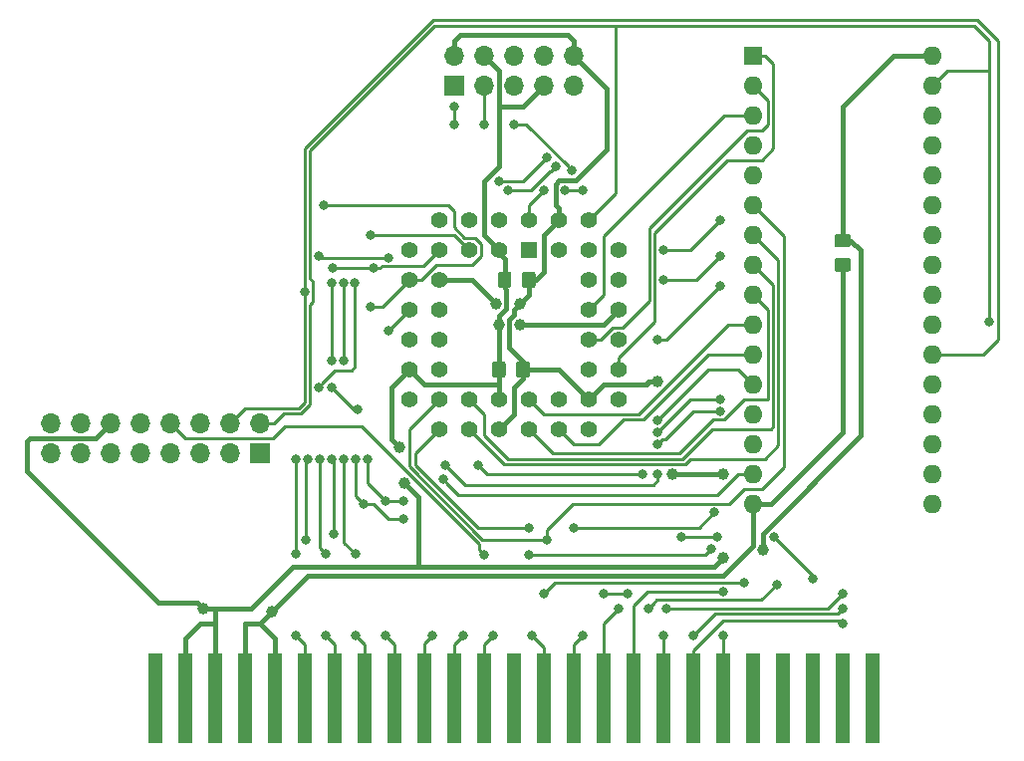
<source format=gbr>
G04 #@! TF.GenerationSoftware,KiCad,Pcbnew,(5.1.5-0-10_14)*
G04 #@! TF.CreationDate,2020-04-06T11:58:05+02:00*
G04 #@! TF.ProjectId,MSX USB Drive,4d535820-5553-4422-9044-726976652e6b,rev?*
G04 #@! TF.SameCoordinates,Original*
G04 #@! TF.FileFunction,Copper,L2,Bot*
G04 #@! TF.FilePolarity,Positive*
%FSLAX46Y46*%
G04 Gerber Fmt 4.6, Leading zero omitted, Abs format (unit mm)*
G04 Created by KiCad (PCBNEW (5.1.5-0-10_14)) date 2020-04-06 11:58:05*
%MOMM*%
%LPD*%
G04 APERTURE LIST*
%ADD10R,1.270000X7.620000*%
%ADD11R,1.700000X1.700000*%
%ADD12O,1.700000X1.700000*%
%ADD13R,1.600000X1.600000*%
%ADD14O,1.600000X1.600000*%
%ADD15C,0.100000*%
%ADD16C,1.397000*%
%ADD17R,1.397000X1.397000*%
%ADD18C,1.000000*%
%ADD19C,0.800000*%
%ADD20C,0.400000*%
%ADD21C,0.250000*%
G04 APERTURE END LIST*
D10*
X617220000Y666496000D03*
X619760000Y666496000D03*
X675640000Y666496000D03*
X673100000Y666496000D03*
X662940000Y666496000D03*
X665480000Y666496000D03*
X657860000Y666496000D03*
X670560000Y666496000D03*
X668020000Y666496000D03*
X660400000Y666496000D03*
X642620000Y666496000D03*
X640080000Y666496000D03*
X637540000Y666496000D03*
X650240000Y666496000D03*
X655320000Y666496000D03*
X652780000Y666496000D03*
X647700000Y666496000D03*
X645160000Y666496000D03*
X635000000Y666496000D03*
X632460000Y666496000D03*
X629920000Y666496000D03*
X627380000Y666496000D03*
X622300000Y666496000D03*
X624840000Y666496000D03*
X614680000Y666496000D03*
D11*
X623570000Y687324000D03*
D12*
X623570000Y689864000D03*
X621030000Y687324000D03*
X621030000Y689864000D03*
X618490000Y687324000D03*
X618490000Y689864000D03*
X615950000Y687324000D03*
X615950000Y689864000D03*
X613410000Y687324000D03*
X613410000Y689864000D03*
X610870000Y687324000D03*
X610870000Y689864000D03*
X608330000Y687324000D03*
X608330000Y689864000D03*
X605790000Y687324000D03*
X605790000Y689864000D03*
D13*
X665480000Y721106000D03*
D14*
X680720000Y683006000D03*
X665480000Y718566000D03*
X680720000Y685546000D03*
X665480000Y716026000D03*
X680720000Y688086000D03*
X665480000Y713486000D03*
X680720000Y690626000D03*
X665480000Y710946000D03*
X680720000Y693166000D03*
X665480000Y708406000D03*
X680720000Y695706000D03*
X665480000Y705866000D03*
X680720000Y698246000D03*
X665480000Y703326000D03*
X680720000Y700786000D03*
X665480000Y700786000D03*
X680720000Y703326000D03*
X665480000Y698246000D03*
X680720000Y705866000D03*
X665480000Y695706000D03*
X680720000Y708406000D03*
X665480000Y693166000D03*
X680720000Y710946000D03*
X665480000Y690626000D03*
X680720000Y713486000D03*
X665480000Y688086000D03*
X680720000Y716026000D03*
X665480000Y685546000D03*
X680720000Y718566000D03*
X665480000Y683006000D03*
X680720000Y721106000D03*
G04 #@! TA.AperFunction,SMDPad,CuDef*
D15*
G36*
X644729505Y702754796D02*
G01*
X644753773Y702751196D01*
X644777572Y702745235D01*
X644800671Y702736970D01*
X644822850Y702726480D01*
X644843893Y702713868D01*
X644863599Y702699253D01*
X644881777Y702682777D01*
X644898253Y702664599D01*
X644912868Y702644893D01*
X644925480Y702623850D01*
X644935970Y702601671D01*
X644944235Y702578572D01*
X644950196Y702554773D01*
X644953796Y702530505D01*
X644955000Y702506001D01*
X644955000Y701605999D01*
X644953796Y701581495D01*
X644950196Y701557227D01*
X644944235Y701533428D01*
X644935970Y701510329D01*
X644925480Y701488150D01*
X644912868Y701467107D01*
X644898253Y701447401D01*
X644881777Y701429223D01*
X644863599Y701412747D01*
X644843893Y701398132D01*
X644822850Y701385520D01*
X644800671Y701375030D01*
X644777572Y701366765D01*
X644753773Y701360804D01*
X644729505Y701357204D01*
X644705001Y701356000D01*
X644054999Y701356000D01*
X644030495Y701357204D01*
X644006227Y701360804D01*
X643982428Y701366765D01*
X643959329Y701375030D01*
X643937150Y701385520D01*
X643916107Y701398132D01*
X643896401Y701412747D01*
X643878223Y701429223D01*
X643861747Y701447401D01*
X643847132Y701467107D01*
X643834520Y701488150D01*
X643824030Y701510329D01*
X643815765Y701533428D01*
X643809804Y701557227D01*
X643806204Y701581495D01*
X643805000Y701605999D01*
X643805000Y702506001D01*
X643806204Y702530505D01*
X643809804Y702554773D01*
X643815765Y702578572D01*
X643824030Y702601671D01*
X643834520Y702623850D01*
X643847132Y702644893D01*
X643861747Y702664599D01*
X643878223Y702682777D01*
X643896401Y702699253D01*
X643916107Y702713868D01*
X643937150Y702726480D01*
X643959329Y702736970D01*
X643982428Y702745235D01*
X644006227Y702751196D01*
X644030495Y702754796D01*
X644054999Y702756000D01*
X644705001Y702756000D01*
X644729505Y702754796D01*
G37*
G04 #@! TD.AperFunction*
G04 #@! TA.AperFunction,SMDPad,CuDef*
G36*
X646779505Y702754796D02*
G01*
X646803773Y702751196D01*
X646827572Y702745235D01*
X646850671Y702736970D01*
X646872850Y702726480D01*
X646893893Y702713868D01*
X646913599Y702699253D01*
X646931777Y702682777D01*
X646948253Y702664599D01*
X646962868Y702644893D01*
X646975480Y702623850D01*
X646985970Y702601671D01*
X646994235Y702578572D01*
X647000196Y702554773D01*
X647003796Y702530505D01*
X647005000Y702506001D01*
X647005000Y701605999D01*
X647003796Y701581495D01*
X647000196Y701557227D01*
X646994235Y701533428D01*
X646985970Y701510329D01*
X646975480Y701488150D01*
X646962868Y701467107D01*
X646948253Y701447401D01*
X646931777Y701429223D01*
X646913599Y701412747D01*
X646893893Y701398132D01*
X646872850Y701385520D01*
X646850671Y701375030D01*
X646827572Y701366765D01*
X646803773Y701360804D01*
X646779505Y701357204D01*
X646755001Y701356000D01*
X646104999Y701356000D01*
X646080495Y701357204D01*
X646056227Y701360804D01*
X646032428Y701366765D01*
X646009329Y701375030D01*
X645987150Y701385520D01*
X645966107Y701398132D01*
X645946401Y701412747D01*
X645928223Y701429223D01*
X645911747Y701447401D01*
X645897132Y701467107D01*
X645884520Y701488150D01*
X645874030Y701510329D01*
X645865765Y701533428D01*
X645859804Y701557227D01*
X645856204Y701581495D01*
X645855000Y701605999D01*
X645855000Y702506001D01*
X645856204Y702530505D01*
X645859804Y702554773D01*
X645865765Y702578572D01*
X645874030Y702601671D01*
X645884520Y702623850D01*
X645897132Y702644893D01*
X645911747Y702664599D01*
X645928223Y702682777D01*
X645946401Y702699253D01*
X645966107Y702713868D01*
X645987150Y702726480D01*
X646009329Y702736970D01*
X646032428Y702745235D01*
X646056227Y702751196D01*
X646080495Y702754796D01*
X646104999Y702756000D01*
X646755001Y702756000D01*
X646779505Y702754796D01*
G37*
G04 #@! TD.AperFunction*
G04 #@! TA.AperFunction,SMDPad,CuDef*
G36*
X646289505Y695134796D02*
G01*
X646313773Y695131196D01*
X646337572Y695125235D01*
X646360671Y695116970D01*
X646382850Y695106480D01*
X646403893Y695093868D01*
X646423599Y695079253D01*
X646441777Y695062777D01*
X646458253Y695044599D01*
X646472868Y695024893D01*
X646485480Y695003850D01*
X646495970Y694981671D01*
X646504235Y694958572D01*
X646510196Y694934773D01*
X646513796Y694910505D01*
X646515000Y694886001D01*
X646515000Y693985999D01*
X646513796Y693961495D01*
X646510196Y693937227D01*
X646504235Y693913428D01*
X646495970Y693890329D01*
X646485480Y693868150D01*
X646472868Y693847107D01*
X646458253Y693827401D01*
X646441777Y693809223D01*
X646423599Y693792747D01*
X646403893Y693778132D01*
X646382850Y693765520D01*
X646360671Y693755030D01*
X646337572Y693746765D01*
X646313773Y693740804D01*
X646289505Y693737204D01*
X646265001Y693736000D01*
X645614999Y693736000D01*
X645590495Y693737204D01*
X645566227Y693740804D01*
X645542428Y693746765D01*
X645519329Y693755030D01*
X645497150Y693765520D01*
X645476107Y693778132D01*
X645456401Y693792747D01*
X645438223Y693809223D01*
X645421747Y693827401D01*
X645407132Y693847107D01*
X645394520Y693868150D01*
X645384030Y693890329D01*
X645375765Y693913428D01*
X645369804Y693937227D01*
X645366204Y693961495D01*
X645365000Y693985999D01*
X645365000Y694886001D01*
X645366204Y694910505D01*
X645369804Y694934773D01*
X645375765Y694958572D01*
X645384030Y694981671D01*
X645394520Y695003850D01*
X645407132Y695024893D01*
X645421747Y695044599D01*
X645438223Y695062777D01*
X645456401Y695079253D01*
X645476107Y695093868D01*
X645497150Y695106480D01*
X645519329Y695116970D01*
X645542428Y695125235D01*
X645566227Y695131196D01*
X645590495Y695134796D01*
X645614999Y695136000D01*
X646265001Y695136000D01*
X646289505Y695134796D01*
G37*
G04 #@! TD.AperFunction*
G04 #@! TA.AperFunction,SMDPad,CuDef*
G36*
X644239505Y695134796D02*
G01*
X644263773Y695131196D01*
X644287572Y695125235D01*
X644310671Y695116970D01*
X644332850Y695106480D01*
X644353893Y695093868D01*
X644373599Y695079253D01*
X644391777Y695062777D01*
X644408253Y695044599D01*
X644422868Y695024893D01*
X644435480Y695003850D01*
X644445970Y694981671D01*
X644454235Y694958572D01*
X644460196Y694934773D01*
X644463796Y694910505D01*
X644465000Y694886001D01*
X644465000Y693985999D01*
X644463796Y693961495D01*
X644460196Y693937227D01*
X644454235Y693913428D01*
X644445970Y693890329D01*
X644435480Y693868150D01*
X644422868Y693847107D01*
X644408253Y693827401D01*
X644391777Y693809223D01*
X644373599Y693792747D01*
X644353893Y693778132D01*
X644332850Y693765520D01*
X644310671Y693755030D01*
X644287572Y693746765D01*
X644263773Y693740804D01*
X644239505Y693737204D01*
X644215001Y693736000D01*
X643564999Y693736000D01*
X643540495Y693737204D01*
X643516227Y693740804D01*
X643492428Y693746765D01*
X643469329Y693755030D01*
X643447150Y693765520D01*
X643426107Y693778132D01*
X643406401Y693792747D01*
X643388223Y693809223D01*
X643371747Y693827401D01*
X643357132Y693847107D01*
X643344520Y693868150D01*
X643334030Y693890329D01*
X643325765Y693913428D01*
X643319804Y693937227D01*
X643316204Y693961495D01*
X643315000Y693985999D01*
X643315000Y694886001D01*
X643316204Y694910505D01*
X643319804Y694934773D01*
X643325765Y694958572D01*
X643334030Y694981671D01*
X643344520Y695003850D01*
X643357132Y695024893D01*
X643371747Y695044599D01*
X643388223Y695062777D01*
X643406401Y695079253D01*
X643426107Y695093868D01*
X643447150Y695106480D01*
X643469329Y695116970D01*
X643492428Y695125235D01*
X643516227Y695131196D01*
X643540495Y695134796D01*
X643564999Y695136000D01*
X644215001Y695136000D01*
X644239505Y695134796D01*
G37*
G04 #@! TD.AperFunction*
G04 #@! TA.AperFunction,SMDPad,CuDef*
G36*
X673574505Y705940796D02*
G01*
X673598773Y705937196D01*
X673622572Y705931235D01*
X673645671Y705922970D01*
X673667850Y705912480D01*
X673688893Y705899868D01*
X673708599Y705885253D01*
X673726777Y705868777D01*
X673743253Y705850599D01*
X673757868Y705830893D01*
X673770480Y705809850D01*
X673780970Y705787671D01*
X673789235Y705764572D01*
X673795196Y705740773D01*
X673798796Y705716505D01*
X673800000Y705692001D01*
X673800000Y705041999D01*
X673798796Y705017495D01*
X673795196Y704993227D01*
X673789235Y704969428D01*
X673780970Y704946329D01*
X673770480Y704924150D01*
X673757868Y704903107D01*
X673743253Y704883401D01*
X673726777Y704865223D01*
X673708599Y704848747D01*
X673688893Y704834132D01*
X673667850Y704821520D01*
X673645671Y704811030D01*
X673622572Y704802765D01*
X673598773Y704796804D01*
X673574505Y704793204D01*
X673550001Y704792000D01*
X672649999Y704792000D01*
X672625495Y704793204D01*
X672601227Y704796804D01*
X672577428Y704802765D01*
X672554329Y704811030D01*
X672532150Y704821520D01*
X672511107Y704834132D01*
X672491401Y704848747D01*
X672473223Y704865223D01*
X672456747Y704883401D01*
X672442132Y704903107D01*
X672429520Y704924150D01*
X672419030Y704946329D01*
X672410765Y704969428D01*
X672404804Y704993227D01*
X672401204Y705017495D01*
X672400000Y705041999D01*
X672400000Y705692001D01*
X672401204Y705716505D01*
X672404804Y705740773D01*
X672410765Y705764572D01*
X672419030Y705787671D01*
X672429520Y705809850D01*
X672442132Y705830893D01*
X672456747Y705850599D01*
X672473223Y705868777D01*
X672491401Y705885253D01*
X672511107Y705899868D01*
X672532150Y705912480D01*
X672554329Y705922970D01*
X672577428Y705931235D01*
X672601227Y705937196D01*
X672625495Y705940796D01*
X672649999Y705942000D01*
X673550001Y705942000D01*
X673574505Y705940796D01*
G37*
G04 #@! TD.AperFunction*
G04 #@! TA.AperFunction,SMDPad,CuDef*
G36*
X673574505Y703890796D02*
G01*
X673598773Y703887196D01*
X673622572Y703881235D01*
X673645671Y703872970D01*
X673667850Y703862480D01*
X673688893Y703849868D01*
X673708599Y703835253D01*
X673726777Y703818777D01*
X673743253Y703800599D01*
X673757868Y703780893D01*
X673770480Y703759850D01*
X673780970Y703737671D01*
X673789235Y703714572D01*
X673795196Y703690773D01*
X673798796Y703666505D01*
X673800000Y703642001D01*
X673800000Y702991999D01*
X673798796Y702967495D01*
X673795196Y702943227D01*
X673789235Y702919428D01*
X673780970Y702896329D01*
X673770480Y702874150D01*
X673757868Y702853107D01*
X673743253Y702833401D01*
X673726777Y702815223D01*
X673708599Y702798747D01*
X673688893Y702784132D01*
X673667850Y702771520D01*
X673645671Y702761030D01*
X673622572Y702752765D01*
X673598773Y702746804D01*
X673574505Y702743204D01*
X673550001Y702742000D01*
X672649999Y702742000D01*
X672625495Y702743204D01*
X672601227Y702746804D01*
X672577428Y702752765D01*
X672554329Y702761030D01*
X672532150Y702771520D01*
X672511107Y702784132D01*
X672491401Y702798747D01*
X672473223Y702815223D01*
X672456747Y702833401D01*
X672442132Y702853107D01*
X672429520Y702874150D01*
X672419030Y702896329D01*
X672410765Y702919428D01*
X672404804Y702943227D01*
X672401204Y702967495D01*
X672400000Y702991999D01*
X672400000Y703642001D01*
X672401204Y703666505D01*
X672404804Y703690773D01*
X672410765Y703714572D01*
X672419030Y703737671D01*
X672429520Y703759850D01*
X672442132Y703780893D01*
X672456747Y703800599D01*
X672473223Y703818777D01*
X672491401Y703835253D01*
X672511107Y703849868D01*
X672532150Y703862480D01*
X672554329Y703872970D01*
X672577428Y703881235D01*
X672601227Y703887196D01*
X672625495Y703890796D01*
X672649999Y703892000D01*
X673550001Y703892000D01*
X673574505Y703890796D01*
G37*
G04 #@! TD.AperFunction*
D11*
X640080000Y718566000D03*
D12*
X640080000Y721106000D03*
X642620000Y718566000D03*
X642620000Y721106000D03*
X645160000Y718566000D03*
X645160000Y721106000D03*
X647700000Y718566000D03*
X647700000Y721106000D03*
X650240000Y718566000D03*
X650240000Y721106000D03*
D16*
X646430000Y707136000D03*
X648970000Y704596000D03*
X648970000Y707136000D03*
X651510000Y704596000D03*
X651510000Y707136000D03*
X654050000Y704596000D03*
X651510000Y702056000D03*
X654050000Y702056000D03*
X651510000Y699516000D03*
X654050000Y699516000D03*
X651510000Y696976000D03*
X654050000Y696976000D03*
X651510000Y694436000D03*
X654050000Y694436000D03*
X651510000Y691896000D03*
X654050000Y691896000D03*
X651510000Y689356000D03*
X648970000Y691896000D03*
X648970000Y689356000D03*
X646430000Y691896000D03*
X646430000Y689356000D03*
X643890000Y691896000D03*
X643890000Y689356000D03*
X641350000Y691896000D03*
X641350000Y689356000D03*
X638810000Y691896000D03*
X638810000Y689356000D03*
X636270000Y691896000D03*
X638810000Y694436000D03*
X636270000Y694436000D03*
X638810000Y696976000D03*
X636270000Y696976000D03*
X638810000Y699516000D03*
X636270000Y699516000D03*
X638810000Y702056000D03*
X636270000Y702056000D03*
X638810000Y704596000D03*
X636270000Y704596000D03*
X638810000Y707136000D03*
X641350000Y704596000D03*
X641350000Y707136000D03*
X643890000Y704596000D03*
X643890000Y707136000D03*
D17*
X646430000Y704596000D03*
D18*
X645668000Y698246000D03*
X643867988Y698246002D03*
X635445000Y687832000D03*
X662939998Y678434000D03*
X635825000Y684784000D03*
X618744000Y674116000D03*
X666317593Y679120673D03*
X645668000Y700024000D03*
X643636000Y700024000D03*
X662940000Y685546000D03*
X657352000Y693420000D03*
X658622000Y685546000D03*
X624586000Y673862008D03*
D19*
X644647347Y709671347D03*
X648711347Y711703347D03*
X662940000Y671829986D03*
X673104653Y672850653D03*
X685546002Y698500000D03*
X662939544Y675566012D03*
X654050000Y674116000D03*
X667512000Y676148010D03*
X656590001Y674116000D03*
X646434653Y680978653D03*
X651002000Y671830006D03*
X662221043Y682280990D03*
X650240004Y680974000D03*
X646430000Y678688000D03*
X661924000Y679196000D03*
X646684000Y671830000D03*
X643382000Y671830000D03*
X640842000Y671830000D03*
X638265010Y671830000D03*
X635762000Y683260000D03*
X634238000Y683260000D03*
X662681538Y690880000D03*
X634238000Y671830001D03*
X632715231Y686819851D03*
X639318000Y686308000D03*
X657352000Y688086000D03*
X657352000Y685546000D03*
X631698000Y678726000D03*
X634487347Y697733347D03*
X631839625Y691001695D03*
X631697996Y671830000D03*
X629666000Y692912000D03*
X629666000Y695198000D03*
X629666000Y701801998D03*
X630715217Y686816000D03*
X629195000Y678726000D03*
X633222000Y703072000D03*
X629158000Y671830004D03*
X628682121Y686817959D03*
X629730042Y703072004D03*
X626618000Y678726000D03*
X626618000Y671829998D03*
X626618002Y686816000D03*
X631666024Y701802000D03*
X628555021Y692914865D03*
X630682000Y695161010D03*
X627456503Y679970915D03*
X627634000Y686816000D03*
X630666011Y701802000D03*
X633004990Y699770000D03*
X629864390Y680472970D03*
X628977980Y708406006D03*
X629682049Y686805009D03*
X635762000Y681736000D03*
X639122159Y685093116D03*
X632404390Y683012970D03*
X631715228Y686815803D03*
X662681538Y691880013D03*
X642112000Y686308000D03*
X657352000Y689102000D03*
X656082006Y685546000D03*
X657352000Y690118006D03*
X642620000Y678688000D03*
X664718000Y676321102D03*
X647700000Y675386000D03*
X647953998Y679958000D03*
X673100000Y675386000D03*
X652780000Y675386000D03*
X654812000Y675386000D03*
X658114000Y674116000D03*
X634492000Y703942999D03*
X673100000Y674116000D03*
X660400000Y671830000D03*
X627380000Y701039998D03*
X628555021Y704088000D03*
X643885347Y710433347D03*
X647949347Y712465347D03*
X667258000Y680212000D03*
X659384000Y680212000D03*
X670560000Y676656000D03*
X662432000Y680212000D03*
X633004990Y705866000D03*
X640080000Y716788000D03*
X640080000Y715264000D03*
X642620000Y715264000D03*
X645160000Y715264000D03*
X650116766Y711353528D03*
X657352000Y696976002D03*
X662686000Y701548000D03*
X662686000Y704088000D03*
X657874946Y702056000D03*
X662686000Y707136000D03*
X657874946Y704596000D03*
X657860000Y671830004D03*
X647700000Y709676000D03*
X649516010Y709676000D03*
X651002000Y709676004D03*
D20*
X619760000Y666496000D02*
X619760000Y674116000D01*
X617220000Y666496000D02*
X617220000Y671576000D01*
X617220000Y671576000D02*
X618490000Y672846000D01*
X618490000Y672846000D02*
X619760000Y672846000D01*
X643890000Y704596000D02*
X643890000Y704342000D01*
X644380000Y703852000D02*
X644380000Y702056000D01*
X643890000Y704342000D02*
X644380000Y703852000D01*
X636270000Y694436000D02*
X637540000Y693166000D01*
X637540000Y693166000D02*
X643890000Y693166000D01*
X643890000Y693166000D02*
X643890000Y691896000D01*
X643890000Y694436000D02*
X643890000Y693166000D01*
X643890000Y698500000D02*
X643890000Y698500000D01*
X654050000Y699516000D02*
X652780000Y698246000D01*
X652780000Y698246000D02*
X645668000Y698246000D01*
X643890000Y694436000D02*
X643890000Y698223990D01*
X643890000Y698223990D02*
X643867988Y698246002D01*
X644536001Y699621121D02*
X643867988Y698953108D01*
X643867988Y698953108D02*
X643867988Y698246002D01*
X644380000Y701356000D02*
X644536001Y701199999D01*
X644536001Y701199999D02*
X644536001Y699621121D01*
X644380000Y702056000D02*
X644380000Y701356000D01*
X634746000Y692912000D02*
X634746000Y688531000D01*
X634746000Y688531000D02*
X635445000Y687832000D01*
X636270000Y694436000D02*
X634746000Y692912000D01*
X662439999Y677934001D02*
X662939998Y678434000D01*
X637032000Y677672000D02*
X662177998Y677672000D01*
X662177998Y677672000D02*
X662439999Y677934001D01*
X647700000Y718566000D02*
X647700000Y718820000D01*
X637032000Y683577000D02*
X637032000Y677672000D01*
X635825000Y684784000D02*
X637032000Y683577000D01*
X619760000Y674116000D02*
X618744000Y674116000D01*
X626364000Y677672000D02*
X637032000Y677672000D01*
X619760000Y674116000D02*
X622808000Y674116000D01*
X622808000Y674116000D02*
X626364000Y677672000D01*
X673800000Y705367000D02*
X674624000Y704543000D01*
X674624000Y688793106D02*
X666317593Y680486699D01*
X673100000Y705367000D02*
X673800000Y705367000D01*
X674624000Y704543000D02*
X674624000Y688793106D01*
X666317593Y679827779D02*
X666317593Y679120673D01*
X666317593Y680486699D02*
X666317593Y679827779D01*
X677418000Y721106000D02*
X680720000Y721106000D01*
X673100000Y716788000D02*
X677418000Y721106000D01*
X673100000Y705367000D02*
X673100000Y716788000D01*
X643890000Y719836000D02*
X642620000Y721106000D01*
X643890000Y711708000D02*
X643890000Y719836000D01*
X642620000Y710438000D02*
X643890000Y711708000D01*
X642620000Y705866000D02*
X642620000Y710438000D01*
X643890000Y704596000D02*
X642620000Y705866000D01*
X645922000Y716788000D02*
X647700000Y718566000D01*
X643890000Y716788000D02*
X645922000Y716788000D01*
X614942001Y674615999D02*
X618244001Y674615999D01*
X603758000Y685800000D02*
X614942001Y674615999D01*
X603758000Y688340000D02*
X603758000Y685800000D01*
X604012000Y688594000D02*
X603758000Y688340000D01*
X609600000Y688594000D02*
X604012000Y688594000D01*
X618244001Y674615999D02*
X618744000Y674116000D01*
X610870000Y689864000D02*
X609600000Y688594000D01*
X624840000Y666496000D02*
X624840000Y671576000D01*
X624840000Y671576000D02*
X623570000Y672846000D01*
X622300000Y666496000D02*
X622300000Y672846000D01*
X643890000Y689356000D02*
X645160000Y690626000D01*
X645160000Y690626000D02*
X645160000Y692912000D01*
X645940000Y693692000D02*
X645940000Y694436000D01*
X645160000Y692912000D02*
X645940000Y693692000D01*
X648970000Y694436000D02*
X651510000Y691896000D01*
X645940000Y694436000D02*
X648970000Y694436000D01*
X647005000Y702056000D02*
X647700000Y702751000D01*
X646430000Y702056000D02*
X647005000Y702056000D01*
X647700000Y705866000D02*
X648970000Y707136000D01*
X647700000Y702751000D02*
X647700000Y705866000D01*
X646430000Y700786000D02*
X645668000Y700024000D01*
X646430000Y702056000D02*
X646430000Y700786000D01*
X645940000Y695136000D02*
X644767998Y696308002D01*
X645940000Y694436000D02*
X645940000Y695136000D01*
X644767998Y696308002D02*
X644767998Y698678002D01*
X644767998Y698678002D02*
X645168001Y699078005D01*
X645168001Y699078005D02*
X645168001Y699524001D01*
X645168001Y699524001D02*
X645668000Y700024000D01*
X638810000Y702056000D02*
X641604000Y702056000D01*
X641604000Y702056000D02*
X643636000Y700024000D01*
X656644894Y693420000D02*
X657352000Y693420000D01*
X652788005Y693174005D02*
X656398899Y693174005D01*
X656398899Y693174005D02*
X656644894Y693420000D01*
X651510000Y691896000D02*
X652788005Y693174005D01*
X662940000Y685546000D02*
X658622000Y685546000D01*
X622300000Y672846000D02*
X623570000Y672846000D01*
X624086001Y673362009D02*
X624586000Y673862008D01*
X623570000Y672846008D02*
X624086001Y673362009D01*
X623570000Y672846000D02*
X623570000Y672846008D01*
X625085999Y674362007D02*
X624586000Y673862008D01*
X662931999Y676901999D02*
X627625991Y676901999D01*
X665480000Y679450000D02*
X662931999Y676901999D01*
X667004000Y683006000D02*
X665480000Y683006000D01*
X673100000Y689102000D02*
X667004000Y683006000D01*
X673100000Y703317000D02*
X673100000Y689102000D01*
X627625991Y676901999D02*
X625085999Y674362007D01*
X665480000Y683006000D02*
X665480000Y679450000D01*
X650240000Y722376000D02*
X650240000Y721106000D01*
X649732000Y722884000D02*
X650240000Y722376000D01*
X640588000Y722884000D02*
X649732000Y722884000D01*
X640080000Y722376000D02*
X640588000Y722884000D01*
X640080000Y721360000D02*
X640080000Y722376000D01*
X653034000Y713101990D02*
X650408012Y710476002D01*
X648716000Y708377828D02*
X648970000Y708123828D01*
X653034000Y718312000D02*
X653034000Y713101990D01*
X649008002Y710476002D02*
X648716000Y710184000D01*
X650240000Y721106000D02*
X653034000Y718312000D01*
X650408012Y710476002D02*
X649008002Y710476002D01*
X648970000Y708123828D02*
X648970000Y707136000D01*
X648716000Y710184000D02*
X648716000Y708377828D01*
D21*
X662940000Y666496000D02*
X662940000Y671829986D01*
X648311348Y711303348D02*
X648711347Y711703347D01*
X648254344Y711303348D02*
X648311348Y711303348D01*
X644647347Y709671347D02*
X646622343Y709671347D01*
X646622343Y709671347D02*
X648254344Y711303348D01*
X685546002Y699065685D02*
X685546002Y698500000D01*
X685546002Y719835998D02*
X685546002Y699065685D01*
X685546000Y719836000D02*
X685546002Y719835998D01*
X653796000Y709422000D02*
X652208499Y707834499D01*
X652208499Y707834499D02*
X651510000Y707136000D01*
X653796000Y723646000D02*
X653796000Y709422000D01*
X684276000Y723646000D02*
X653796000Y723646000D01*
X685546000Y722376000D02*
X684276000Y723646000D01*
X685546000Y719836000D02*
X685546000Y722376000D01*
X660400000Y670556000D02*
X660400000Y666496000D01*
X662944000Y673100000D02*
X660400000Y670556000D01*
X672855306Y673100000D02*
X662944000Y673100000D01*
X673104653Y672850653D02*
X672855306Y673100000D01*
X681990000Y719836000D02*
X685546000Y719836000D01*
X680720000Y718566000D02*
X681990000Y719836000D01*
X627830011Y713045601D02*
X638430410Y723646000D01*
X627830011Y691455600D02*
X627830011Y699909009D01*
X625592070Y690683989D02*
X627058400Y690683989D01*
X627830011Y699909009D02*
X628105001Y700183999D01*
X627830011Y702170991D02*
X627830011Y713045601D01*
X628105001Y700183999D02*
X628105001Y701896001D01*
X627058400Y690683989D02*
X627830011Y691455600D01*
X623570000Y689864000D02*
X624772081Y689864000D01*
X624772081Y689864000D02*
X625592070Y690683989D01*
X628105001Y701896001D02*
X627830011Y702170991D01*
X638430410Y723646000D02*
X653796000Y723646000D01*
X656516012Y675566012D02*
X662373859Y675566012D01*
X655320000Y674370000D02*
X656516012Y675566012D01*
X655320000Y666496000D02*
X655320000Y674370000D01*
X662373859Y675566012D02*
X662939544Y675566012D01*
X654050000Y674116000D02*
X652780000Y672846000D01*
X652780000Y672846000D02*
X652780000Y666496000D01*
X657315003Y674841002D02*
X656990000Y674515999D01*
X666204992Y674841002D02*
X657315003Y674841002D01*
X667512000Y676148010D02*
X666204992Y674841002D01*
X656990000Y674515999D02*
X656590001Y674116000D01*
X650240000Y666496000D02*
X650240000Y671068006D01*
X650240000Y671068006D02*
X650602001Y671430007D01*
X650602001Y671430007D02*
X651002000Y671830006D01*
X638111501Y688657501D02*
X638810000Y689356000D01*
X636778000Y687324000D02*
X638111501Y688657501D01*
X646434653Y680978653D02*
X642110167Y680978653D01*
X642110167Y680978653D02*
X636778000Y686310821D01*
X636778000Y686310821D02*
X636778000Y687324000D01*
X660914053Y680974000D02*
X650240004Y680974000D01*
X662221043Y682280990D02*
X660914053Y680974000D01*
X661416000Y678688000D02*
X661924000Y679196000D01*
X646430000Y678688000D02*
X661416000Y678688000D01*
X647700000Y666496000D02*
X647700000Y670814000D01*
X647700000Y670814000D02*
X646684000Y671830000D01*
X642620000Y671068000D02*
X643382000Y671830000D01*
X642620000Y666496000D02*
X642620000Y671068000D01*
X649668499Y688657501D02*
X648970000Y689356000D01*
X650240000Y688086000D02*
X649668499Y688657501D01*
X665480000Y695706000D02*
X661670000Y695706000D01*
X654481181Y690175989D02*
X652391192Y688086000D01*
X652391192Y688086000D02*
X650240000Y688086000D01*
X656139989Y690175989D02*
X654481181Y690175989D01*
X661670000Y695706000D02*
X656139989Y690175989D01*
X640442001Y671430001D02*
X640842000Y671830000D01*
X640080000Y666496000D02*
X640080000Y671068000D01*
X640080000Y671068000D02*
X640442001Y671430001D01*
X665624999Y700930999D02*
X665480000Y700786000D01*
X662073996Y690154998D02*
X659242998Y687324000D01*
X666750000Y691896000D02*
X664770540Y691896000D01*
X665480000Y700786000D02*
X666750000Y699516000D01*
X659242998Y687324000D02*
X648462000Y687324000D01*
X648462000Y687324000D02*
X646430000Y689356000D01*
X666750000Y699516000D02*
X666750000Y691896000D01*
X663029539Y690154999D02*
X662073996Y690154998D01*
X664770540Y691896000D02*
X663029539Y690154999D01*
X637540000Y666496000D02*
X637540000Y671104990D01*
X637540000Y671104990D02*
X638265010Y671830000D01*
X644340010Y686365990D02*
X642048499Y688657501D01*
X667650020Y687970020D02*
X666496000Y686816000D01*
X665480000Y705866000D02*
X667650020Y703695980D01*
X658220988Y686365990D02*
X644340010Y686365990D01*
X666496000Y686816000D02*
X660146000Y686816000D01*
X642048499Y688657501D02*
X641350000Y689356000D01*
X667650020Y703695980D02*
X667650020Y687970020D01*
X660146000Y686816000D02*
X659701002Y686371001D01*
X658225999Y686371001D02*
X658220988Y686365990D01*
X659701002Y686371001D02*
X658225999Y686371001D01*
X635762000Y683260000D02*
X634238000Y683260000D01*
X635000000Y671068001D02*
X634637999Y671430002D01*
X635000000Y666496000D02*
X635000000Y671068001D01*
X634637999Y671430002D02*
X634238000Y671830001D01*
X632715231Y684782769D02*
X632715231Y686819851D01*
X634238000Y683260000D02*
X632715231Y684782769D01*
X662681538Y690880000D02*
X660400000Y690880000D01*
X660400000Y690880000D02*
X658005999Y688485999D01*
X658005999Y688485999D02*
X657751999Y688485999D01*
X657751999Y688485999D02*
X657352000Y688086000D01*
X657009686Y684638001D02*
X657352000Y684980315D01*
X639318000Y686308000D02*
X640987999Y684638001D01*
X657352000Y684980315D02*
X657352000Y685546000D01*
X640987999Y684638001D02*
X657009686Y684638001D01*
X634487347Y697733347D02*
X636270000Y699516000D01*
X632460000Y666496000D02*
X632460000Y671067996D01*
X632460000Y671067996D02*
X631697996Y671830000D01*
X631576305Y691001695D02*
X629666000Y692912000D01*
X631839625Y691001695D02*
X631576305Y691001695D01*
X629666000Y695198000D02*
X629666000Y701801998D01*
X631698000Y678726000D02*
X630715217Y679708783D01*
X630715217Y679708783D02*
X630715217Y686250315D01*
X630715217Y686250315D02*
X630715217Y686816000D01*
X633787685Y703072000D02*
X633222000Y703072000D01*
X633933684Y703217999D02*
X633787685Y703072000D01*
X637431999Y703217999D02*
X633933684Y703217999D01*
X638810000Y704596000D02*
X637431999Y703217999D01*
X629557999Y671430005D02*
X629158000Y671830004D01*
X629920000Y666496000D02*
X629920000Y671068004D01*
X629920000Y671068004D02*
X629557999Y671430005D01*
X628682121Y686252274D02*
X628682121Y686817959D01*
X629195000Y678726000D02*
X628682121Y679238879D01*
X628682121Y679238879D02*
X628682121Y686252274D01*
X629730046Y703072000D02*
X629730042Y703072004D01*
X633222000Y703072000D02*
X629730046Y703072000D01*
X627380000Y671067998D02*
X627017999Y671429999D01*
X627017999Y671429999D02*
X626618000Y671829998D01*
X627380000Y666496000D02*
X627380000Y671067998D01*
X626618000Y678726000D02*
X626618000Y686815998D01*
X626618000Y686815998D02*
X626618002Y686816000D01*
X628955020Y693314864D02*
X628555021Y692914865D01*
X631666024Y701802000D02*
X631666024Y694658024D01*
X631666024Y694658024D02*
X631330844Y694322844D01*
X631330844Y694322844D02*
X629963000Y694322844D01*
X629963000Y694322844D02*
X628955020Y693314864D01*
X627456503Y679970915D02*
X627456503Y686638503D01*
X627456503Y686638503D02*
X627634000Y686816000D01*
X630682000Y695161010D02*
X630682000Y701786011D01*
X630682000Y701786011D02*
X630666011Y701802000D01*
X633984000Y699770000D02*
X633004990Y699770000D01*
X636270000Y702056000D02*
X633984000Y699770000D01*
X642373501Y705087281D02*
X641841281Y705619501D01*
X638527828Y703326000D02*
X641594782Y703326000D01*
X640962909Y705619501D02*
X640080000Y706502410D01*
X642373501Y704104719D02*
X642373501Y705087281D01*
X637257828Y702056000D02*
X638527828Y703326000D01*
X640080000Y706502410D02*
X640080000Y707898000D01*
X641594782Y703326000D02*
X642373501Y704104719D01*
X636270000Y702056000D02*
X637257828Y702056000D01*
X641841281Y705619501D02*
X640962909Y705619501D01*
X629543665Y708406006D02*
X628977980Y708406006D01*
X639571994Y708406006D02*
X629543665Y708406006D01*
X640080000Y707898000D02*
X639571994Y708406006D01*
X629864390Y686622668D02*
X629682049Y686805009D01*
X629864390Y680472970D02*
X629864390Y686622668D01*
X633215030Y683012970D02*
X632404390Y683012970D01*
X634492000Y681736000D02*
X633215030Y683012970D01*
X635762000Y681736000D02*
X634492000Y681736000D01*
X632404390Y683012970D02*
X631715228Y683702132D01*
X631715228Y686250118D02*
X631715228Y686815803D01*
X631715228Y683702132D02*
X631715228Y686250118D01*
X639522158Y684693117D02*
X639122159Y685093116D01*
X662432000Y683768000D02*
X640447275Y683768000D01*
X640447275Y683768000D02*
X639522158Y684693117D01*
X664210000Y685546000D02*
X662432000Y683768000D01*
X665480000Y685546000D02*
X664210000Y685546000D01*
X657809676Y689501999D02*
X657751999Y689501999D01*
X660187690Y691880013D02*
X657809676Y689501999D01*
X662681538Y691880013D02*
X660187690Y691880013D01*
X657751999Y689501999D02*
X657352000Y689102000D01*
X642112000Y686308000D02*
X642874000Y685546000D01*
X642874000Y685546000D02*
X656082006Y685546000D01*
X658034588Y686816001D02*
X644651999Y686816001D01*
X667200009Y689552009D02*
X667004000Y689356000D01*
X667004000Y689356000D02*
X662049590Y689356000D01*
X659514602Y686821012D02*
X658039599Y686821012D01*
X662049590Y689356000D02*
X659514602Y686821012D01*
X665480000Y703326000D02*
X667200009Y701605991D01*
X658039599Y686821012D02*
X658034588Y686816001D01*
X642620000Y690626000D02*
X642048499Y691197501D01*
X667200009Y701605991D02*
X667200009Y689552009D01*
X644651999Y686816001D02*
X642620000Y688848000D01*
X642048499Y691197501D02*
X641350000Y691896000D01*
X642620000Y688848000D02*
X642620000Y690626000D01*
X647128499Y691197501D02*
X646430000Y691896000D01*
X647700000Y690626000D02*
X647128499Y691197501D01*
X655779004Y690626000D02*
X647700000Y690626000D01*
X663399004Y698246000D02*
X655779004Y690626000D01*
X665480000Y698246000D02*
X663399004Y698246000D01*
X661669994Y694436000D02*
X657751999Y690518005D01*
X657751999Y690518005D02*
X657352000Y690118006D01*
X664210000Y694436000D02*
X661669994Y694436000D01*
X665480000Y693166000D02*
X664210000Y694436000D01*
X625670014Y689610000D02*
X632206000Y689610000D01*
X617220000Y688594000D02*
X624654014Y688594000D01*
X615950000Y689864000D02*
X617220000Y688594000D01*
X624654014Y688594000D02*
X625670014Y689610000D01*
X632206000Y689610000D02*
X642220001Y679595999D01*
X642220001Y679595999D02*
X642220001Y679087999D01*
X642220001Y679087999D02*
X642620000Y678688000D01*
X648635102Y676321102D02*
X648099999Y675785999D01*
X664718000Y676321102D02*
X648635102Y676321102D01*
X648099999Y675785999D02*
X647700000Y675386000D01*
X638810000Y691896000D02*
X636270000Y689356000D01*
X636270000Y689356000D02*
X636270000Y686182411D01*
X642494411Y679958000D02*
X647388313Y679958000D01*
X647388313Y679958000D02*
X647953998Y679958000D01*
X636270000Y686182411D02*
X642494411Y679958000D01*
X668100031Y686134031D02*
X666242000Y684276000D01*
X664718000Y684276000D02*
X663448000Y683006000D01*
X665480000Y708406000D02*
X668100031Y705785969D01*
X666242000Y684276000D02*
X664718000Y684276000D01*
X663448000Y683006000D02*
X650182311Y683006000D01*
X647953998Y680523685D02*
X647953998Y679958000D01*
X647953998Y680777687D02*
X647953998Y680523685D01*
X650182311Y683006000D02*
X647953998Y680777687D01*
X668100031Y705785969D02*
X668100031Y686134031D01*
X652780000Y675386000D02*
X654812000Y675386000D01*
X671830000Y674116000D02*
X658679685Y674116000D01*
X658679685Y674116000D02*
X658114000Y674116000D01*
X673100000Y675386000D02*
X671830000Y674116000D01*
X672649989Y673665989D02*
X662235989Y673665989D01*
X660799999Y672229999D02*
X660400000Y671830000D01*
X662235989Y673665989D02*
X660799999Y672229999D01*
X673100000Y674116000D02*
X672649989Y673665989D01*
X627380000Y713232000D02*
X627380000Y701039998D01*
X634492000Y703942999D02*
X628700022Y703942999D01*
X680720000Y695706000D02*
X685038000Y695706000D01*
X628700022Y703942999D02*
X628555021Y704088000D01*
X686308000Y722376000D02*
X684530000Y724154000D01*
X684530000Y724154000D02*
X638302000Y724154000D01*
X638302000Y724154000D02*
X627380000Y713232000D01*
X685038000Y695706000D02*
X686308000Y696976000D01*
X686308000Y696976000D02*
X686308000Y722376000D01*
X627380000Y691642000D02*
X627380000Y701039998D01*
X622300000Y691134000D02*
X626872000Y691134000D01*
X621030000Y689864000D02*
X622300000Y691134000D01*
X626872000Y691134000D02*
X627380000Y691642000D01*
X645917347Y710433347D02*
X647949347Y712465347D01*
X643885347Y710433347D02*
X645917347Y710433347D01*
X667258000Y680212000D02*
X670560000Y676910000D01*
X670560000Y676910000D02*
X670560000Y676656000D01*
X659384000Y680212000D02*
X662432000Y680212000D01*
X641350000Y704596000D02*
X640080000Y705866000D01*
X640080000Y705866000D02*
X633004990Y705866000D01*
X640080000Y716788000D02*
X640080000Y715264000D01*
X642620000Y718566000D02*
X642620000Y715264000D01*
X645160000Y715264000D02*
X646206294Y715264000D01*
X649716767Y711753527D02*
X650116766Y711353528D01*
X646206294Y715264000D02*
X649716767Y711753527D01*
X662286001Y701148001D02*
X662686000Y701548000D01*
X657352000Y696976002D02*
X658114002Y696976002D01*
X658114002Y696976002D02*
X662286001Y701148001D01*
X654050000Y695423828D02*
X654050000Y694436000D01*
X663322410Y712216000D02*
X657149944Y706043534D01*
X666242000Y712216000D02*
X663322410Y712216000D01*
X667200011Y720435989D02*
X667200011Y713174011D01*
X665480000Y721106000D02*
X666530000Y721106000D01*
X667200011Y713174011D02*
X666242000Y712216000D01*
X657149944Y698523772D02*
X654050000Y695423828D01*
X657149944Y706043534D02*
X657149944Y698523772D01*
X666530000Y721106000D02*
X667200011Y720435989D01*
X652780000Y700786000D02*
X652208499Y700214499D01*
X652780000Y705727370D02*
X652780000Y700786000D01*
X663078630Y716026000D02*
X652780000Y705727370D01*
X652208499Y700214499D02*
X651510000Y699516000D01*
X665480000Y716026000D02*
X663078630Y716026000D01*
X654439911Y697999501D02*
X653521329Y697999501D01*
X656699933Y700259523D02*
X654439911Y697999501D01*
X656699933Y706483933D02*
X656699933Y700259523D01*
X664972000Y714756000D02*
X656699933Y706483933D01*
X666242000Y714756000D02*
X664972000Y714756000D01*
X653521329Y697999501D02*
X652497828Y696976000D01*
X666750000Y717296000D02*
X666750000Y715264000D01*
X666750000Y715264000D02*
X666242000Y714756000D01*
X652497828Y696976000D02*
X651510000Y696976000D01*
X665480000Y718566000D02*
X666750000Y717296000D01*
X662686000Y704088000D02*
X660654000Y702056000D01*
X660654000Y702056000D02*
X657874946Y702056000D01*
X660146000Y704596000D02*
X657874946Y704596000D01*
X662686000Y707136000D02*
X660146000Y704596000D01*
X657860000Y666496000D02*
X657860000Y671830004D01*
X646430000Y707136000D02*
X646430000Y708406000D01*
X646430000Y708406000D02*
X647700000Y709676000D01*
X651001996Y709676000D02*
X651002000Y709676004D01*
X649516010Y709676000D02*
X651001996Y709676000D01*
M02*

</source>
